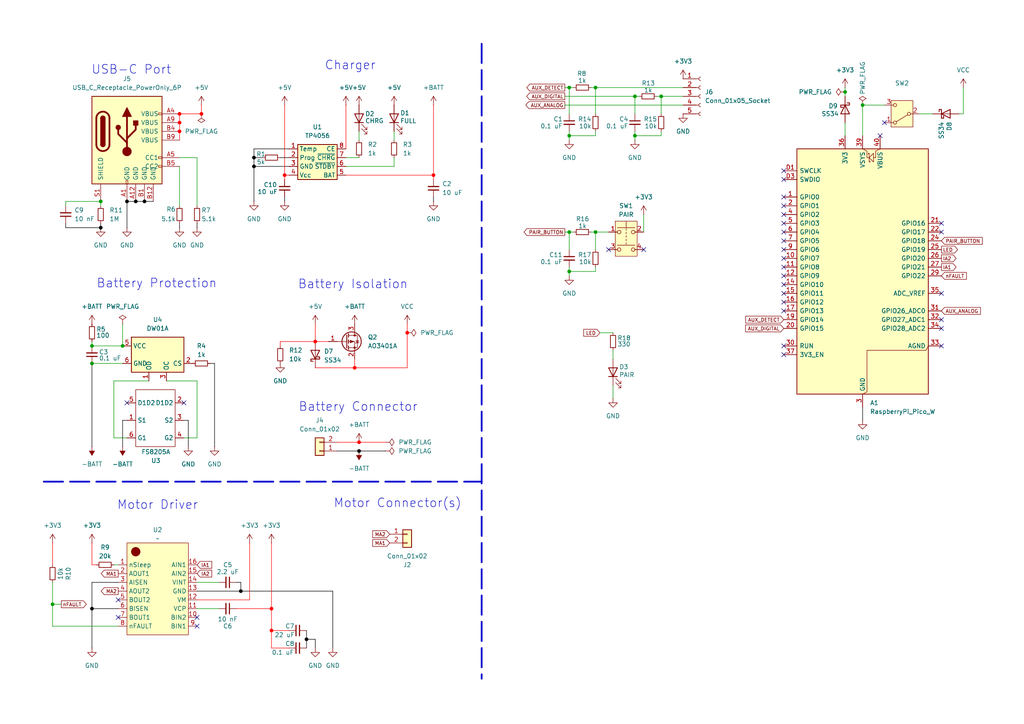
<source format=kicad_sch>
(kicad_sch (version 20250114) (generator "eeschema") (generator_version "9.0")
  (paper "A4")
  (text "USB-C Port" (at 38.1 20.32 0) (effects (font (size 2.54 2.54))))
  (text "Charger" (at 101.6 19.05 0) (effects (font (size 2.54 2.54))))
  (text "Battery Protection" (at 45.466 82.296 0) (effects (font (size 2.54 2.54))))
  (text "Motor Driver" (at 45.72 146.558 0) (effects (font (size 2.54 2.54))))
  (text "Battery Connector\n" (at 103.886 118.11 0) (effects (font (size 2.54 2.54))))
  (text "Motor Connector(s)" (at 115.316 146.05 0) (effects (font (size 2.54 2.54))))
  (text "Battery Isolation\n" (at 102.362 82.55 0) (effects (font (size 2.54 2.54))))
  (junction (at 165.1 67.31))
  (junction (at 36.83 58.42) (color 0 0 0 1))
  (junction (at 73.66 48.26) (color 0 0 0 1))
  (junction (at 250.19 30.48))
  (junction (at 172.72 67.31))
  (junction (at 191.77 27.94))
  (junction (at 102.87 106.68) (color 255 0 0 1))
  (junction (at 165.1 78.74))
  (junction (at 26.67 105.41))
  (junction (at 15.24 175.26))
  (junction (at 91.44 99.06) (color 255 0 0 1))
  (junction (at 39.37 58.42) (color 0 0 0 1))
  (junction (at 82.55 50.8) (color 255 0 0 1))
  (junction (at 125.73 50.8) (color 255 0 0 1))
  (junction (at 165.1 25.4))
  (junction (at 26.67 100.33))
  (junction (at 73.66 45.72) (color 0 0 0 1))
  (junction (at 184.15 27.94))
  (junction (at 26.67 176.53) (color 0 0 0 1))
  (junction (at 104.14 130.81) (color 0 0 0 1))
  (junction (at 172.72 25.4))
  (junction (at 78.74 182.88) (color 255 0 0 1))
  (junction (at 184.15 39.37))
  (junction (at 35.56 100.33))
  (junction (at 29.21 66.04) (color 0 0 0 1))
  (junction (at 104.14 128.27) (color 255 0 0 1))
  (junction (at 118.11 96.52) (color 255 0 0 1))
  (junction (at 58.42 33.02) (color 255 0 0 1))
  (junction (at 29.21 58.42))
  (junction (at 88.9 185.42) (color 0 0 0 1))
  (junction (at 52.07 33.02) (color 255 0 0 1))
  (junction (at 78.74 176.53) (color 255 0 0 1))
  (junction (at 165.1 39.37))
  (junction (at 52.07 35.56) (color 255 0 0 1))
  (junction (at 245.11 26.67))
  (junction (at 52.07 38.1) (color 255 0 0 1))
  (junction (at 69.85 171.45) (color 0 0 0 1))
  (junction (at 41.91 58.42) (color 0 0 0 1))
  (no_connect (at 256.54 35.56))
  (no_connect (at 273.05 85.09))
  (no_connect (at 227.33 59.69))
  (no_connect (at 57.15 181.61))
  (no_connect (at 34.29 173.99))
  (no_connect (at 227.33 74.93))
  (no_connect (at 176.53 72.39))
  (no_connect (at 227.33 57.15))
  (no_connect (at 273.05 67.31))
  (no_connect (at 227.33 82.55))
  (no_connect (at 53.34 116.84))
  (no_connect (at 186.69 72.39))
  (no_connect (at 273.05 92.71))
  (no_connect (at 227.33 100.33))
  (no_connect (at 227.33 69.85))
  (no_connect (at 273.05 64.77))
  (no_connect (at 227.33 52.07))
  (no_connect (at 273.05 95.25))
  (no_connect (at 227.33 62.23))
  (no_connect (at 34.29 179.07))
  (no_connect (at 227.33 77.47))
  (no_connect (at 227.33 80.01))
  (no_connect (at 255.27 39.37))
  (no_connect (at 36.83 116.84))
  (no_connect (at 227.33 64.77))
  (no_connect (at 227.33 85.09))
  (no_connect (at 227.33 90.17))
  (no_connect (at 227.33 87.63))
  (no_connect (at 57.15 179.07))
  (no_connect (at 227.33 102.87))
  (no_connect (at 273.05 100.33))
  (no_connect (at 227.33 49.53))
  (no_connect (at 227.33 72.39))
  (no_connect (at 227.33 67.31))
  (wire (pts (xy 96.52 171.45) (xy 96.52 187.96)) (stroke (width 0) (color 0 0 0 1)))
  (wire (pts (xy 19.05 58.42) (xy 19.05 59.69)))
  (wire (pts (xy 83.82 187.96) (xy 78.74 187.96)) (stroke (width 0) (color 255 0 0 1)))
  (wire (pts (xy 52.07 33.02) (xy 58.42 33.02)) (stroke (width 0) (color 255 0 0 1)))
  (wire (pts (xy 53.34 121.92) (xy 54.61 121.92)) (stroke (width 0) (color 0 0 0 1)))
  (wire (pts (xy 83.82 50.8) (xy 82.55 50.8)) (stroke (width 0) (color 255 0 0 1)))
  (wire (pts (xy 26.67 105.41) (xy 26.67 129.54)) (stroke (width 0) (color 0 0 0 1)))
  (wire (pts (xy 102.87 104.14) (xy 102.87 106.68)) (stroke (width 0) (color 255 0 0 1)))
  (wire (pts (xy 57.15 64.77) (xy 57.15 66.04)) (stroke (width 0) (color 0 0 0 1)))
  (wire (pts (xy 36.83 58.42) (xy 39.37 58.42)) (stroke (width 0) (color 0 0 0 1)))
  (wire (pts (xy 73.66 45.72) (xy 76.2 45.72)) (stroke (width 0) (color 0 0 0 1)))
  (wire (pts (xy 73.66 48.26) (xy 83.82 48.26)) (stroke (width 0) (color 0 0 0 1)))
  (wire (pts (xy 245.11 25.4) (xy 245.11 26.67)))
  (wire (pts (xy 15.24 163.83) (xy 15.24 157.48)) (stroke (width 0) (color 255 0 0 1)))
  (wire (pts (xy 33.02 127) (xy 36.83 127)))
  (wire (pts (xy 266.7 33.02) (xy 270.51 33.02)))
  (wire (pts (xy 172.72 25.4) (xy 172.72 33.02)))
  (wire (pts (xy 172.72 67.31) (xy 176.53 67.31)))
  (wire (pts (xy 91.44 99.06) (xy 95.25 99.06)) (stroke (width 0) (color 255 0 0 1)))
  (wire (pts (xy 100.33 48.26) (xy 114.3 48.26)))
  (wire (pts (xy 163.83 67.31) (xy 165.1 67.31)))
  (wire (pts (xy 69.85 171.45) (xy 69.85 168.91)) (stroke (width 0) (color 0 0 0 1)))
  (wire (pts (xy 118.11 96.52) (xy 118.11 106.68)) (stroke (width 0) (color 255 0 0 1)))
  (wire (pts (xy 53.34 127) (xy 57.15 127)))
  (wire (pts (xy 69.85 171.45) (xy 96.52 171.45)) (stroke (width 0) (color 0 0 0 1)))
  (wire (pts (xy 69.85 168.91) (xy 68.58 168.91)) (stroke (width 0) (color 0 0 0 1)))
  (wire (pts (xy 172.72 38.1) (xy 172.72 39.37)))
  (wire (pts (xy 245.11 35.56) (xy 245.11 39.37)))
  (wire (pts (xy 173.99 96.52) (xy 177.8 96.52)))
  (wire (pts (xy 43.18 110.49) (xy 33.02 110.49)))
  (wire (pts (xy 19.05 66.04) (xy 29.21 66.04)) (stroke (width 0) (color 0 0 0 1)))
  (wire (pts (xy 72.39 173.99) (xy 72.39 157.48)) (stroke (width 0) (color 255 0 0 1)))
  (wire (pts (xy 100.33 30.48) (xy 100.33 43.18)) (stroke (width 0) (color 255 0 0 1)))
  (wire (pts (xy 35.56 93.98) (xy 35.56 100.33)))
  (wire (pts (xy 177.8 111.76) (xy 177.8 115.57)))
  (wire (pts (xy 15.24 175.26) (xy 15.24 181.61)))
  (wire (pts (xy 165.1 67.31) (xy 166.37 67.31)))
  (wire (pts (xy 81.28 100.33) (xy 81.28 99.06)) (stroke (width 0) (color 255 0 0 1)))
  (wire (pts (xy 104.14 38.1) (xy 104.14 40.64)))
  (wire (pts (xy 34.29 168.91) (xy 26.67 168.91)) (stroke (width 0) (color 0 0 0 1)))
  (wire (pts (xy 250.19 121.92) (xy 250.19 118.11)) (stroke (width 0) (color 0 0 0 1)))
  (wire (pts (xy 26.67 100.33) (xy 35.56 100.33)))
  (wire (pts (xy 279.4 25.4) (xy 279.4 33.02)))
  (wire (pts (xy 78.74 176.53) (xy 78.74 182.88)) (stroke (width 0) (color 255 0 0 1)))
  (wire (pts (xy 73.66 43.18) (xy 83.82 43.18)) (stroke (width 0) (color 0 0 0 1)))
  (wire (pts (xy 114.3 38.1) (xy 114.3 40.64)))
  (wire (pts (xy 19.05 66.04) (xy 19.05 64.77)) (stroke (width 0) (color 0 0 0 1)))
  (wire (pts (xy 191.77 27.94) (xy 191.77 33.02)))
  (wire (pts (xy 118.11 106.68) (xy 102.87 106.68)) (stroke (width 0) (color 255 0 0 1)))
  (wire (pts (xy 114.3 45.72) (xy 114.3 48.26)))
  (wire (pts (xy 52.07 45.72) (xy 57.15 45.72)))
  (wire (pts (xy 191.77 27.94) (xy 190.5 27.94)))
  (wire (pts (xy 278.13 33.02) (xy 279.4 33.02)))
  (wire (pts (xy 104.14 128.27) (xy 97.79 128.27)) (stroke (width 0) (color 255 0 0 1)))
  (wire (pts (xy 245.11 26.67) (xy 245.11 27.94)))
  (wire (pts (xy 191.77 39.37) (xy 184.15 39.37)))
  (wire (pts (xy 172.72 78.74) (xy 165.1 78.74)))
  (wire (pts (xy 172.72 77.47) (xy 172.72 78.74)))
  (wire (pts (xy 35.56 121.92) (xy 36.83 121.92)) (stroke (width 0) (color 0 0 0 1)))
  (wire (pts (xy 54.61 121.92) (xy 54.61 129.54)) (stroke (width 0) (color 0 0 0 1)))
  (wire (pts (xy 104.14 130.81) (xy 111.76 130.81)) (stroke (width 0) (color 0 0 0 1)))
  (wire (pts (xy 125.73 30.48) (xy 125.73 50.8)) (stroke (width 0) (color 255 0 0 1)))
  (polyline (pts (xy 12.7 139.7) (xy 139.7 139.7)) (stroke (width 0.508) (type dash)))
  (wire (pts (xy 57.15 168.91) (xy 63.5 168.91)))
  (wire (pts (xy 184.15 38.1) (xy 184.15 39.37)))
  (wire (pts (xy 26.67 176.53) (xy 34.29 176.53)) (stroke (width 0) (color 0 0 0 1)))
  (wire (pts (xy 73.66 48.26) (xy 73.66 58.42)) (stroke (width 0) (color 0 0 0 1)))
  (wire (pts (xy 166.37 25.4) (xy 165.1 25.4)))
  (wire (pts (xy 29.21 59.69) (xy 29.21 58.42)))
  (wire (pts (xy 57.15 45.72) (xy 57.15 59.69)))
  (wire (pts (xy 91.44 93.98) (xy 91.44 99.06)) (stroke (width 0) (color 255 0 0 1)))
  (wire (pts (xy 165.1 25.4) (xy 165.1 33.02)))
  (wire (pts (xy 41.91 58.42) (xy 44.45 58.42)) (stroke (width 0) (color 0 0 0 1)))
  (wire (pts (xy 19.05 58.42) (xy 29.21 58.42)))
  (wire (pts (xy 26.67 163.83) (xy 26.67 157.48)) (stroke (width 0) (color 255 0 0 1)))
  (wire (pts (xy 52.07 38.1) (xy 52.07 40.64)) (stroke (width 0) (color 255 0 0 1)))
  (wire (pts (xy 62.23 105.41) (xy 62.23 129.54)) (stroke (width 0) (color 0 0 0 1)))
  (wire (pts (xy 26.67 168.91) (xy 26.67 176.53)) (stroke (width 0) (color 0 0 0 1)))
  (wire (pts (xy 26.67 105.41) (xy 35.56 105.41)))
  (wire (pts (xy 163.83 30.48) (xy 198.12 30.48)))
  (wire (pts (xy 36.83 58.42) (xy 36.83 66.04)) (stroke (width 0) (color 0 0 0 1)))
  (wire (pts (xy 35.56 121.92) (xy 35.56 129.54)) (stroke (width 0) (color 0 0 0 1)))
  (wire (pts (xy 33.02 163.83) (xy 34.29 163.83)))
  (wire (pts (xy 57.15 176.53) (xy 63.5 176.53)))
  (wire (pts (xy 165.1 77.47) (xy 165.1 78.74)))
  (wire (pts (xy 191.77 27.94) (xy 198.12 27.94)))
  (wire (pts (xy 82.55 50.8) (xy 82.55 30.48)) (stroke (width 0) (color 255 0 0 1)))
  (wire (pts (xy 163.83 27.94) (xy 184.15 27.94)))
  (wire (pts (xy 184.15 27.94) (xy 184.15 33.02)))
  (wire (pts (xy 172.72 67.31) (xy 172.72 72.39)))
  (wire (pts (xy 125.73 52.07) (xy 125.73 50.8)) (stroke (width 0) (color 255 0 0 1)))
  (wire (pts (xy 58.42 30.48) (xy 58.42 33.02)) (stroke (width 0) (color 255 0 0 1)))
  (wire (pts (xy 26.67 176.53) (xy 26.67 187.96)) (stroke (width 0) (color 0 0 0 1)))
  (wire (pts (xy 100.33 50.8) (xy 125.73 50.8)) (stroke (width 0) (color 255 0 0 1)))
  (wire (pts (xy 52.07 35.56) (xy 52.07 38.1)) (stroke (width 0) (color 255 0 0 1)))
  (wire (pts (xy 118.11 93.98) (xy 118.11 96.52)) (stroke (width 0) (color 255 0 0 1)))
  (wire (pts (xy 48.26 110.49) (xy 57.15 110.49)))
  (wire (pts (xy 60.96 105.41) (xy 62.23 105.41)) (stroke (width 0) (color 0 0 0 1)))
  (wire (pts (xy 250.19 30.48) (xy 256.54 30.48)))
  (wire (pts (xy 81.28 45.72) (xy 83.82 45.72)) (stroke (width 0) (color 0 0 0 1)))
  (wire (pts (xy 78.74 182.88) (xy 83.82 182.88)) (stroke (width 0) (color 255 0 0 1)))
  (wire (pts (xy 78.74 157.48) (xy 78.74 176.53)) (stroke (width 0) (color 255 0 0 1)))
  (wire (pts (xy 26.67 99.06) (xy 26.67 100.33)))
  (wire (pts (xy 191.77 38.1) (xy 191.77 39.37)))
  (wire (pts (xy 125.73 57.15) (xy 125.73 58.42)) (stroke (width 0) (color 0 0 0 1)))
  (wire (pts (xy 33.02 110.49) (xy 33.02 127)))
  (wire (pts (xy 172.72 39.37) (xy 165.1 39.37)))
  (wire (pts (xy 165.1 39.37) (xy 165.1 38.1)))
  (wire (pts (xy 52.07 64.77) (xy 52.07 66.04)) (stroke (width 0) (color 0 0 0 1)))
  (wire (pts (xy 82.55 50.8) (xy 82.55 52.07)) (stroke (width 0) (color 255 0 0 1)))
  (wire (pts (xy 57.15 110.49) (xy 57.15 127)))
  (wire (pts (xy 57.15 173.99) (xy 72.39 173.99)) (stroke (width 0) (color 255 0 0 1)))
  (wire (pts (xy 15.24 181.61) (xy 34.29 181.61)))
  (wire (pts (xy 186.69 62.23) (xy 186.69 67.31)))
  (wire (pts (xy 184.15 39.37) (xy 184.15 40.64)))
  (wire (pts (xy 88.9 185.42) (xy 88.9 187.96)) (stroke (width 0) (color 0 0 0 1)))
  (wire (pts (xy 171.45 25.4) (xy 172.72 25.4)))
  (wire (pts (xy 73.66 48.26) (xy 73.66 45.72)) (stroke (width 0) (color 0 0 0 1)))
  (wire (pts (xy 57.15 171.45) (xy 69.85 171.45)) (stroke (width 0) (color 0 0 0 1)))
  (wire (pts (xy 39.37 58.42) (xy 41.91 58.42)) (stroke (width 0) (color 0 0 0 1)))
  (wire (pts (xy 82.55 57.15) (xy 82.55 58.42)) (stroke (width 0) (color 0 0 0 1)))
  (wire (pts (xy 172.72 67.31) (xy 171.45 67.31)))
  (wire (pts (xy 165.1 39.37) (xy 165.1 40.64)))
  (wire (pts (xy 177.8 101.6) (xy 177.8 104.14)))
  (wire (pts (xy 184.15 27.94) (xy 185.42 27.94)))
  (wire (pts (xy 102.87 106.68) (xy 91.44 106.68)) (stroke (width 0) (color 255 0 0 1)))
  (wire (pts (xy 97.79 130.81) (xy 104.14 130.81)) (stroke (width 0) (color 0 0 0 1)))
  (wire (pts (xy 88.9 182.88) (xy 88.9 185.42)) (stroke (width 0) (color 0 0 0 1)))
  (wire (pts (xy 81.28 99.06) (xy 91.44 99.06)) (stroke (width 0) (color 255 0 0 1)))
  (wire (pts (xy 78.74 182.88) (xy 78.74 187.96)) (stroke (width 0) (color 255 0 0 1)))
  (wire (pts (xy 15.24 175.26) (xy 17.78 175.26)))
  (wire (pts (xy 165.1 67.31) (xy 165.1 72.39)))
  (wire (pts (xy 29.21 64.77) (xy 29.21 66.04)) (stroke (width 0) (color 0 0 0 1)))
  (wire (pts (xy 73.66 43.18) (xy 73.66 45.72)) (stroke (width 0) (color 0 0 0 1)))
  (wire (pts (xy 52.07 48.26) (xy 52.07 59.69)))
  (wire (pts (xy 100.33 45.72) (xy 104.14 45.72)))
  (wire (pts (xy 52.07 33.02) (xy 52.07 35.56)) (stroke (width 0) (color 255 0 0 1)))
  (wire (pts (xy 165.1 78.74) (xy 165.1 80.01)))
  (wire (pts (xy 250.19 30.48) (xy 250.19 39.37)))
  (wire (pts (xy 163.83 25.4) (xy 165.1 25.4)))
  (wire (pts (xy 26.67 163.83) (xy 27.94 163.83)) (stroke (width 0) (color 255 0 0 1)))
  (wire (pts (xy 88.9 185.42) (xy 91.44 185.42)) (stroke (width 0) (color 0 0 0 1)))
  (wire (pts (xy 15.24 168.91) (xy 15.24 175.26)))
  (polyline (pts (xy 139.7 12.7) (xy 139.7 196.85)) (stroke (width 0.508) (type dash)))
  (wire (pts (xy 104.14 128.27) (xy 111.76 128.27)) (stroke (width 0) (color 255 0 0 1)))
  (wire (pts (xy 68.58 176.53) (xy 78.74 176.53)) (stroke (width 0) (color 255 0 0 1)))
  (wire (pts (xy 172.72 25.4) (xy 198.12 25.4)))
  (wire (pts (xy 91.44 185.42) (xy 91.44 187.96)) (stroke (width 0) (color 0 0 0 1)))
  (global_label "MA1" (shape input) (at 113.03 157.48 180) (effects (font (size 1.016 1.016))) (property "Intersheetrefs" "${INTERSHEET_REFS}" (effects (hide yes))))
  (global_label "LED" (shape input) (at 173.99 96.52 180) (effects (font (size 1.016 1.016))) (property "Intersheetrefs" "${INTERSHEET_REFS}" (effects (hide yes))))
  (global_label "AUX_DIGITAL" (shape input) (at 227.33 95.25 180) (effects (font (size 1.016 1.016))) (property "Intersheetrefs" "${INTERSHEET_REFS}" (effects (hide yes))))
  (global_label "MA2" (shape output) (at 34.29 171.45 180) (effects (font (size 1.016 1.016))) (property "Intersheetrefs" "${INTERSHEET_REFS}" (effects (hide yes))))
  (global_label "IA1" (shape input) (at 57.15 163.83 0) (effects (font (size 1.016 1.016))) (property "Intersheetrefs" "${INTERSHEET_REFS}" (effects (hide yes))))
  (global_label "AUX_DETECT" (shape input) (at 227.33 92.71 180) (effects (font (size 1.016 1.016))) (property "Intersheetrefs" "${INTERSHEET_REFS}" (effects (hide yes))))
  (global_label "AUX_DETECT" (shape output) (at 163.83 25.4 180) (effects (font (size 1.016 1.016))) (property "Intersheetrefs" "${INTERSHEET_REFS}" (effects (hide yes))))
  (global_label "IA2" (shape output) (at 273.05 74.93 0) (effects (font (size 1.016 1.016))) (property "Intersheetrefs" "${INTERSHEET_REFS}" (effects (hide yes))))
  (global_label "AUX_ANALOG" (shape input) (at 273.05 90.17 0) (effects (font (size 1.016 1.016))) (property "Intersheetrefs" "${INTERSHEET_REFS}" (effects (hide yes))))
  (global_label "nFAULT" (shape input) (at 273.05 80.01 0) (effects (font (size 1.016 1.016))) (property "Intersheetrefs" "${INTERSHEET_REFS}" (effects (hide yes))))
  (global_label "AUX_DIGITAL" (shape output) (at 163.83 27.94 180) (effects (font (size 1.016 1.016))) (property "Intersheetrefs" "${INTERSHEET_REFS}" (effects (hide yes))))
  (global_label "LED" (shape output) (at 273.05 72.39 0) (effects (font (size 1.016 1.016))) (property "Intersheetrefs" "${INTERSHEET_REFS}" (effects (hide yes))))
  (global_label "IA1" (shape output) (at 273.05 77.47 0) (effects (font (size 1.016 1.016))) (property "Intersheetrefs" "${INTERSHEET_REFS}" (effects (hide yes))))
  (global_label "MA1" (shape output) (at 34.29 166.37 180) (effects (font (size 1.016 1.016))) (property "Intersheetrefs" "${INTERSHEET_REFS}" (effects (hide yes))))
  (global_label "AUX_ANALOG" (shape output) (at 163.83 30.48 180) (effects (font (size 1.016 1.016))) (property "Intersheetrefs" "${INTERSHEET_REFS}" (effects (hide yes))))
  (global_label "nFAULT" (shape output) (at 17.78 175.26 0) (effects (font (size 1.016 1.016))) (property "Intersheetrefs" "${INTERSHEET_REFS}" (effects (hide yes))))
  (global_label "IA2" (shape input) (at 57.15 166.37 0) (effects (font (size 1.016 1.016))) (property "Intersheetrefs" "${INTERSHEET_REFS}" (effects (hide yes))))
  (global_label "PAIR_BUTTON" (shape output) (at 163.83 67.31 180) (effects (font (size 1.016 1.016))) (property "Intersheetrefs" "${INTERSHEET_REFS}" (effects (hide yes))))
  (global_label "PAIR_BUTTON" (shape input) (at 273.05 69.85 0) (effects (font (size 1.016 1.016))) (property "Intersheetrefs" "${INTERSHEET_REFS}" (effects (hide yes))))
  (global_label "MA2" (shape input) (at 113.03 154.94 180) (effects (font (size 1.016 1.016))) (property "Intersheetrefs" "${INTERSHEET_REFS}" (effects (hide yes))))
  (symbol (lib_id "power:+3V3") (at 245.11 25.4 0) (unit 1)
    (property "Reference" "#PWR05" (effects (hide yes)))
    (property "Value" "+3V3" (at 245.11 20.32 0))
    (property "Description" "Power symbol creates a global label with name \"+3V3\"" (effects (hide yes)))
  )
  (symbol (lib_id "power:+3V3") (at 15.24 157.48 0) (unit 1)
    (property "Reference" "#PWR034" (effects (hide yes)))
    (property "Value" "+3V3" (at 15.24 152.4 0))
    (property "Description" "Power symbol creates a global label with name \"+3V3\"" (effects (hide yes)))
  )
  (symbol (lib_id "power:PWR_FLAG") (at 35.56 93.98 0) (unit 1)
    (property "Reference" "#FLG04" (effects (hide yes)))
    (property "Value" "PWR_FLAG" (at 35.56 88.9 0))
    (property "Description" "Special symbol for telling ERC where power comes from" (effects (hide yes)))
  )
  (symbol (lib_id "fs8205:FS8205A") (at 50.8 129.54 90) (unit 1)
    (property "Reference" "U3" (at 45.212 133.604 90))
    (property "Value" "FS8205A" (at 45.212 131.064 90))
    (property "Footprint" "Package_TO_SOT_SMD:SOT-23-6" (effects (hide yes)))
    (property "Description" "FS8205A" (effects (hide yes)))
    (property "LCSC" "C908265" (effects (hide yes)))
  )
  (symbol (lib_id "power:PWR_FLAG") (at 111.76 130.81 270) (unit 1)
    (property "Reference" "#FLG02" (effects (hide yes)))
    (property "Value" "PWR_FLAG" (at 115.57 130.8099 90) (effects (justify left)))
    (property "Description" "Special symbol for telling ERC where power comes from" (effects (hide yes)))
  )
  (symbol (lib_id "power:GND") (at 62.23 129.54 0) (unit 1)
    (property "Reference" "#PWR020" (effects (hide yes)))
    (property "Value" "GND" (at 62.23 134.62 0))
    (property "Description" "Power symbol creates a global label with name \"GND\" , ground" (effects (hide yes)))
  )
  (symbol (lib_id "Device:R_Small") (at 78.74 45.72 90) (unit 1)
    (property "Reference" "R1" (at 75.692 44.704 90))
    (property "Value" "5k" (at 75.692 46.99 90))
    (property "Footprint" "Resistor_SMD:R_0402_1005Metric" (effects (hide yes)))
    (property "Description" "Resistor, small symbol" (effects (hide yes)))
    (property "LCSC" "C477765" (effects (hide yes)))
  )
  (symbol (lib_id "Device:LED") (at 177.8 107.95 90) (unit 1)
    (property "Reference" "D3" (at 179.578 106.426 90) (effects (justify right)))
    (property "Value" "PAIR" (at 179.578 108.712 90) (effects (justify right)))
    (property "Footprint" "LED_SMD:LED_0603_1608Metric" (effects (hide yes)))
    (property "Description" "Light emitting diode" (effects (hide yes)))
    (property "LCSC" "C193191" (effects (hide yes)))
  )
  (symbol (lib_id "Device:R_Small") (at 114.3 43.18 180) (unit 1)
    (property "Reference" "R3" (at 116.84 41.9099 0) (effects (justify right)))
    (property "Value" "1k" (at 116.84 44.4499 0) (effects (justify right)))
    (property "Footprint" "Resistor_SMD:R_0402_1005Metric" (effects (hide yes)))
    (property "Description" "Resistor, small symbol" (effects (hide yes)))
    (property "LCSC" "C11702" (effects (hide yes)))
  )
  (symbol (lib_id "power:+BATT") (at 26.67 93.98 0) (unit 1)
    (property "Reference" "#PWR03" (effects (hide yes)))
    (property "Value" "+BATT" (at 26.67 88.9 0))
    (property "Description" "Power symbol creates a global label with name \"+BATT\"" (effects (hide yes)))
  )
  (symbol (lib_id "power:PWR_FLAG") (at 245.11 26.67 90) (unit 1)
    (property "Reference" "#FLG06" (effects (hide yes)))
    (property "Value" "PWR_FLAG" (at 241.3 26.6699 90) (effects (justify left)))
    (property "Description" "Special symbol for telling ERC where power comes from" (effects (hide yes)))
  )
  (symbol (lib_id "power:GND") (at 52.07 66.04 0) (unit 1)
    (property "Reference" "#PWR015" (effects (hide yes)))
    (property "Value" "GND" (at 52.07 71.12 0))
    (property "Description" "Power symbol creates a global label with name \"GND\" , ground" (effects (hide yes)))
  )
  (symbol (lib_id "power:GND") (at 165.1 80.01 0) (unit 1)
    (property "Reference" "#PWR039" (effects (hide yes)))
    (property "Value" "GND" (at 165.1 85.09 0))
    (property "Description" "Power symbol creates a global label with name \"GND\" , ground" (effects (hide yes)))
  )
  (symbol (lib_id "power:+BATT") (at 125.73 30.48 0) (unit 1)
    (property "Reference" "#PWR01" (effects (hide yes)))
    (property "Value" "+BATT" (at 125.73 25.4 0))
    (property "Description" "Power symbol creates a global label with name \"+BATT\"" (effects (hide yes)))
  )
  (symbol (lib_id "power:PWR_FLAG") (at 111.76 128.27 270) (unit 1)
    (property "Reference" "#FLG01" (effects (hide yes)))
    (property "Value" "PWR_FLAG" (at 115.57 128.2699 90) (effects (justify left)))
    (property "Description" "Special symbol for telling ERC where power comes from" (effects (hide yes)))
  )
  (symbol (lib_id "Device:R_Small") (at 15.24 166.37 0) (unit 1)
    (property "Reference" "R10" (at 19.812 166.37 90))
    (property "Value" "10k" (at 17.526 166.37 90))
    (property "Footprint" "Resistor_SMD:R_0402_1005Metric" (effects (hide yes)))
    (property "Description" "Resistor, small symbol" (effects (hide yes)))
    (property "LCSC" "C25744" (effects (hide yes)))
  )
  (symbol (lib_id "power:+5V") (at 58.42 30.48 0) (unit 1)
    (property "Reference" "#PWR06" (effects (hide yes)))
    (property "Value" "+5V" (at 58.42 25.4 0))
    (property "Description" "Power symbol creates a global label with name \"+5V\"" (effects (hide yes)))
  )
  (symbol (lib_id "Device:R_Small") (at 81.28 102.87 0) (unit 1)
    (property "Reference" "R12" (at 83.82 101.5999 0) (effects (justify left)))
    (property "Value" "10k" (at 83.82 104.1399 0) (effects (justify left)))
    (property "Footprint" "Resistor_SMD:R_0402_1005Metric" (effects (hide yes)))
    (property "Description" "Resistor, small symbol" (effects (hide yes)))
    (property "LCSC" "C25744" (effects (hide yes)))
  )
  (symbol (lib_id "Device:R_Small") (at 177.8 99.06 180) (unit 1)
    (property "Reference" "R18" (at 179.07 98.044 0) (effects (justify right)))
    (property "Value" "330" (at 179.07 99.822 0) (effects (justify right)))
    (property "Footprint" "Resistor_SMD:R_0402_1005Metric" (effects (hide yes)))
    (property "Description" "Resistor, small symbol" (effects (hide yes)))
    (property "LCSC" "C23138" (effects (hide yes)))
  )
  (symbol (lib_id "Device:R_Small") (at 104.14 43.18 180) (unit 1)
    (property "Reference" "R2" (at 106.68 41.9099 0) (effects (justify right)))
    (property "Value" "1k" (at 106.68 44.4499 0) (effects (justify right)))
    (property "Footprint" "Resistor_SMD:R_0402_1005Metric" (effects (hide yes)))
    (property "Description" "Resistor, small symbol" (effects (hide yes)))
    (property "LCSC" "C11702" (effects (hide yes)))
  )
  (symbol (lib_id "power:GND") (at 125.73 58.42 0) (unit 1)
    (property "Reference" "#PWR010" (effects (hide yes)))
    (property "Value" "GND" (at 125.73 63.5 0))
    (property "Description" "Power symbol creates a global label with name \"GND\" , ground" (effects (hide yes)))
  )
  (symbol (lib_id "Connector:Conn_01x05_Socket") (at 203.2 27.94 0) (unit 1)
    (property "Reference" "J6" (at 204.47 26.6699 0) (effects (justify left)))
    (property "Value" "Conn_01x05_Socket" (at 204.47 29.2099 0) (effects (justify left)))
    (property "Footprint" "Connector_JST:JST_SH_SM05B-SRSS-TB_1x05-1MP_P1.00mm_Horizontal" (effects (hide yes)))
    (property "Description" "Generic connector, single row, 01x05, script generated" (effects (hide yes)))
    (property "LCSC" "C3029344" (effects (hide yes)))
  )
  (symbol (lib_id "Device:C_Small") (at 19.05 62.23 180) (unit 1)
    (property "Reference" "C9" (at 21.59 60.9535 0) (effects (justify right)))
    (property "Value" "10 nF" (at 21.59 63.4935 0) (effects (justify right)))
    (property "Footprint" "Capacitor_SMD:C_0402_1005Metric" (effects (hide yes)))
    (property "Description" "Unpolarized capacitor, small symbol" (effects (hide yes)))
    (property "LCSC" "C15195" (effects (hide yes)))
  )
  (symbol (lib_id "power:-BATT") (at 35.56 129.54 180) (unit 1)
    (property "Reference" "#PWR023" (effects (hide yes)))
    (property "Value" "-BATT" (at 35.56 134.62 0))
    (property "Description" "Power symbol creates a global label with name \"-BATT\"" (effects (hide yes)))
  )
  (symbol (lib_id "power:-BATT") (at 104.14 130.81 180) (unit 1)
    (property "Reference" "#PWR024" (effects (hide yes)))
    (property "Value" "-BATT" (at 104.14 135.89 0))
    (property "Description" "Power symbol creates a global label with name \"-BATT\"" (effects (hide yes)))
  )
  (symbol (lib_id "power:+5V") (at 91.44 93.98 0) (unit 1)
    (property "Reference" "#PWR026" (effects (hide yes)))
    (property "Value" "+5V" (at 91.44 88.9 0))
    (property "Description" "Power symbol creates a global label with name \"+5V\"" (effects (hide yes)))
  )
  (symbol (lib_id "power:PWR_FLAG") (at 250.19 30.48 0) (unit 1)
    (property "Reference" "#FLG07" (effects (hide yes)))
    (property "Value" "PWR_FLAG" (at 250.19 27.432 90) (effects (justify left)))
    (property "Description" "Special symbol for telling ERC where power comes from" (effects (hide yes)))
  )
  (symbol (lib_id "Diode:SS34") (at 91.44 102.87 90) (unit 1)
    (property "Reference" "D7" (at 93.98 101.9174 90) (effects (justify right)))
    (property "Value" "SS34" (at 93.98 104.4574 90) (effects (justify right)))
    (property "Footprint" "Diode_SMD:D_SMA" (effects (hide yes)))
    (property "Datasheet" "https://www.vishay.com/docs/88751/ss32.pdf" (effects (hide yes)))
    (property "Description" "40V 3A Schottky Diode, SMA" (effects (hide yes)))
    (property "LCSC" "C8678" (effects (hide yes)))
  )
  (symbol (lib_id "Device:C_Small") (at 82.55 54.61 180) (unit 1)
    (property "Reference" "C10" (at 76.454 53.594 0) (effects (justify right)))
    (property "Value" "10 uF" (at 74.676 55.626 0) (effects (justify right)))
    (property "Footprint" "Capacitor_SMD:C_0402_1005Metric" (effects (hide yes)))
    (property "Description" "Unpolarized capacitor, small symbol" (effects (hide yes)))
    (property "LCSC" "C15525" (effects (hide yes)))
  )
  (symbol (lib_id "Device:C_Small") (at 125.73 54.61 180) (unit 1)
    (property "Reference" "C2" (at 128.27 53.3335 0) (effects (justify right)))
    (property "Value" "10 uF" (at 128.27 55.8735 0) (effects (justify right)))
    (property "Footprint" "Capacitor_SMD:C_0402_1005Metric" (effects (hide yes)))
    (property "Description" "Unpolarized capacitor, small symbol" (effects (hide yes)))
    (property "LCSC" "C15525" (effects (hide yes)))
  )
  (symbol (lib_id "power:GND") (at 96.52 187.96 0) (unit 1)
    (property "Reference" "#PWR032" (effects (hide yes)))
    (property "Value" "GND" (at 96.52 193.04 0))
    (property "Description" "Power symbol creates a global label with name \"GND\" , ground" (effects (hide yes)))
  )
  (symbol (lib_id "Device:R_Small") (at 30.48 163.83 270) (unit 1)
    (property "Reference" "R9" (at 30.48 158.75 90))
    (property "Value" "20k" (at 30.48 161.29 90))
    (property "Footprint" "Resistor_SMD:R_0402_1005Metric" (effects (hide yes)))
    (property "Description" "Resistor, small symbol" (effects (hide yes)))
    (property "LCSC" "C25765" (effects (hide yes)))
  )
  (symbol (lib_id "power:GND") (at 82.55 58.42 0) (unit 1)
    (property "Reference" "#PWR029" (effects (hide yes)))
    (property "Value" "GND" (at 82.55 63.5 0))
    (property "Description" "Power symbol creates a global label with name \"GND\" , ground" (effects (hide yes)))
  )
  (symbol (lib_id "Device:C_Small") (at 184.15 35.56 0) (unit 1)
    (property "Reference" "C4" (at 179.578 34.544 0) (effects (justify left)))
    (property "Value" "0.1 uF" (at 175.768 36.576 0) (effects (justify left)))
    (property "Footprint" "Capacitor_SMD:C_0603_1608Metric" (effects (hide yes)))
    (property "Description" "Unpolarized capacitor, small symbol" (effects (hide yes)))
    (property "LCSC" "C1525" (effects (hide yes)))
  )
  (symbol (lib_id "power:+5V") (at 114.3 30.48 0) (unit 1)
    (property "Reference" "#PWR019" (effects (hide yes)))
    (property "Value" "+5V" (at 114.3 25.4 0))
    (property "Description" "Power symbol creates a global label with name \"+5V\"" (effects (hide yes)))
  )
  (symbol (lib_id "Device:C_Small") (at 86.36 182.88 90) (unit 1)
    (property "Reference" "C7" (at 84.074 181.61 90))
    (property "Value" "22 uF" (at 82.55 184.15 90))
    (property "Footprint" "Capacitor_SMD:C_0402_1005Metric" (effects (hide yes)))
    (property "Description" "Unpolarized capacitor, small symbol" (effects (hide yes)))
    (property "LCSC" "C415703" (effects (hide yes)))
  )
  (symbol (lib_id "Device:R_Small") (at 26.67 96.52 180) (unit 1)
    (property "Reference" "R5" (at 27.94 95.504 0) (effects (justify right)))
    (property "Value" "100" (at 27.94 97.282 0) (effects (justify right)))
    (property "Footprint" "Resistor_SMD:R_0402_1005Metric" (effects (hide yes)))
    (property "Description" "Resistor, small symbol" (effects (hide yes)))
    (property "LCSC" "C25076" (effects (hide yes)))
  )
  (symbol (lib_id "power:GND") (at 177.8 115.57 0) (unit 1)
    (property "Reference" "#PWR043" (effects (hide yes)))
    (property "Value" "GND" (at 177.8 120.65 0))
    (property "Description" "Power symbol creates a global label with name \"GND\" , ground" (effects (hide yes)))
  )
  (symbol (lib_id "hr8833:HR8833") (at 45.72 172.72 0) (unit 1)
    (property "Reference" "U2" (at 45.72 153.67 0))
    (property "Value" "~" (at 45.72 156.21 0))
    (property "Footprint" "Package_SO:TSSOP-16-1EP_4.4x5mm_P0.65mm_EP3x3mm_ThermalVias" (effects (hide yes)))
    (property "LCSC" "C128666" (effects (hide yes)))
  )
  (symbol (lib_id "power:+3V3") (at 26.67 157.48 0) (unit 1)
    (property "Reference" "#PWR030" (effects (hide yes)))
    (property "Value" "+3V3" (at 26.67 152.4 0))
    (property "Description" "Power symbol creates a global label with name \"+3V3\"" (effects (hide yes)))
  )
  (symbol (lib_id "Connector_Generic:Conn_01x02") (at 118.11 154.94 0) (unit 1)
    (property "Reference" "J2" (at 118.11 163.83 0))
    (property "Value" "Conn_01x02" (at 118.11 161.29 0))
    (property "Footprint" "Connector_JST:JST_SH_SM02B-SRSS-TB_1x02-1MP_P1.00mm_Horizontal" (effects (hide yes)))
    (property "Description" "Generic connector, single row, 01x02, script generated (kicad-library-utils/schlib/autogen/connector/)" (effects (hide yes)))
    (property "LCSC" "C160402" (effects (hide yes)))
  )
  (symbol (lib_id "power:GND") (at 91.44 187.96 0) (unit 1)
    (property "Reference" "#PWR033" (effects (hide yes)))
    (property "Value" "GND" (at 91.44 193.04 0))
    (property "Description" "Power symbol creates a global label with name \"GND\" , ground" (effects (hide yes)))
  )
  (symbol (lib_id "USB_C:USB_C_Receptacle_PowerOnly_6P") (at 36.83 40.64 0) (unit 1)
    (property "Reference" "J5" (at 36.83 22.86 0))
    (property "Value" "USB_C_Receptacle_PowerOnly_6P" (at 36.83 25.4 0))
    (property "Footprint" "Connector_USB:USB_C_Receptacle_HCTL_HC-TYPE-C-16P-01A" (effects (hide yes)))
    (property "Datasheet" "https://www.usb.org/sites/default/files/documents/usb_type-c.zip" (effects (hide yes)))
    (property "Description" "USB Power-Only 6P Type-C Receptacle connector" (effects (hide yes)))
    (property "LCSC" "C2765186" (effects (hide yes)))
  )
  (symbol (lib_id "Diode:SS34") (at 245.11 31.75 270) (unit 1)
    (property "Reference" "D9" (at 240.284 30.734 90) (effects (justify left)))
    (property "Value" "SS34" (at 238.252 33.02 90) (effects (justify left)))
    (property "Footprint" "Diode_SMD:D_SMA" (effects (hide yes)))
    (property "Datasheet" "https://www.vishay.com/docs/88751/ss32.pdf" (effects (hide yes)))
    (property "Description" "40V 3A Schottky Diode, SMA" (effects (hide yes)))
    (property "LCSC" "C8678" (effects (hide yes)))
  )
  (symbol (lib_id "power:-BATT") (at 26.67 129.54 180) (unit 1)
    (property "Reference" "#PWR022" (effects (hide yes)))
    (property "Value" "-BATT" (at 26.67 134.62 0))
    (property "Description" "Power symbol creates a global label with name \"-BATT\"" (effects (hide yes)))
  )
  (symbol (lib_id "power:GND") (at 250.19 121.92 0) (unit 1)
    (property "Reference" "#PWR014" (effects (hide yes)))
    (property "Value" "GND" (at 250.19 127 0))
    (property "Description" "Power symbol creates a global label with name \"GND\" , ground" (effects (hide yes)))
  )
  (symbol (lib_id "Device:C_Small") (at 66.04 176.53 270) (unit 1)
    (property "Reference" "C6" (at 66.04 181.61 90))
    (property "Value" "10 nF" (at 66.04 179.578 90))
    (property "Footprint" "Capacitor_SMD:C_0402_1005Metric" (effects (hide yes)))
    (property "Description" "Unpolarized capacitor, small symbol" (effects (hide yes)))
    (property "LCSC" "C15195" (effects (hide yes)))
  )
  (symbol (lib_id "power:GND") (at 29.21 66.04 0) (unit 1)
    (property "Reference" "#PWR017" (effects (hide yes)))
    (property "Value" "GND" (at 29.21 71.12 0))
    (property "Description" "Power symbol creates a global label with name \"GND\" , ground" (effects (hide yes)))
  )
  (symbol (lib_id "MCU_Module_RaspberryPi_Pico:RaspberryPi_Pico_W_DebugPins") (at 250.19 80.01 0) (unit 1)
    (property "Reference" "A1" (at 252.3333 116.84 0) (effects (justify left)))
    (property "Value" "RaspberryPi_Pico_W" (at 252.3333 119.38 0) (effects (justify left)))
    (property "Footprint" "Module:RaspberryPi_Pico_Common_THT" (effects (hide yes)))
    (property "Datasheet" "https://datasheets.raspberrypi.com/picow/pico-w-datasheet.pdf" (effects (hide yes)))
    (property "Description" "Versatile and inexpensive wireless microcontroller module (with debug pins) powered by RP2040 dual-core Arm Cortex-M0+ processor up to 133 MHz, 264kB SRAM, 2MB QSPI flash, Infineon CYW43439 2.4GHz 802.11n wireless LAN" (effects (hide yes)))
  )
  (symbol (lib_id "Diode:SS34") (at 274.32 33.02 0) (unit 1)
    (property "Reference" "D8" (at 275.336 35.306 90) (effects (justify right)))
    (property "Value" "SS34" (at 273.05 35.306 90) (effects (justify right)))
    (property "Footprint" "Diode_SMD:D_SMA" (effects (hide yes)))
    (property "Datasheet" "https://www.vishay.com/docs/88751/ss32.pdf" (effects (hide yes)))
    (property "Description" "40V 3A Schottky Diode, SMA" (effects (hide yes)))
    (property "LCSC" "C8678" (effects (hide yes)))
  )
  (symbol (lib_id "power:GND") (at 198.12 33.02 0) (unit 1)
    (property "Reference" "#PWR041" (effects (hide yes)))
    (property "Value" "GND" (at 198.12 38.1 0))
    (property "Description" "Power symbol creates a global label with name \"GND\" , ground" (effects (hide yes)))
  )
  (symbol (lib_id "power:GND") (at 165.1 40.64 0) (unit 1)
    (property "Reference" "#PWR037" (effects (hide yes)))
    (property "Value" "GND" (at 165.1 45.72 0))
    (property "Description" "Power symbol creates a global label with name \"GND\" , ground" (effects (hide yes)))
  )
  (symbol (lib_id "Device:R_Small") (at 58.42 105.41 270) (unit 1)
    (property "Reference" "R4" (at 58.42 100.33 90))
    (property "Value" "1k" (at 58.42 102.87 90))
    (property "Footprint" "Resistor_SMD:R_0402_1005Metric" (effects (hide yes)))
    (property "Description" "Resistor, small symbol" (effects (hide yes)))
    (property "LCSC" "C11702" (effects (hide yes)))
  )
  (symbol (lib_id "power:+BATT") (at 102.87 93.98 0) (unit 1)
    (property "Reference" "#PWR025" (effects (hide yes)))
    (property "Value" "+BATT" (at 102.87 88.9 0))
    (property "Description" "Power symbol creates a global label with name \"+BATT\"" (effects (hide yes)))
  )
  (symbol (lib_id "power:GND") (at 26.67 187.96 0) (unit 1)
    (property "Reference" "#PWR035" (effects (hide yes)))
    (property "Value" "GND" (at 26.67 193.04 0))
    (property "Description" "Power symbol creates a global label with name \"GND\" , ground" (effects (hide yes)))
  )
  (symbol (lib_id "Device:C_Small") (at 66.04 168.91 270) (unit 1)
    (property "Reference" "C5" (at 66.04 163.83 90))
    (property "Value" "2.2 uF" (at 66.04 165.862 90))
    (property "Footprint" "Capacitor_SMD:C_0402_1005Metric" (effects (hide yes)))
    (property "Description" "Unpolarized capacitor, small symbol" (effects (hide yes)))
    (property "LCSC" "C12530" (effects (hide yes)))
  )
  (symbol (lib_id "Device:R_Small") (at 168.91 67.31 90) (unit 1)
    (property "Reference" "R16" (at 170.942 63.5 90) (effects (justify left)))
    (property "Value" "1k" (at 170.18 65.532 90) (effects (justify left)))
    (property "Footprint" "Resistor_SMD:R_0402_1005Metric" (effects (hide yes)))
    (property "Description" "Resistor, small symbol" (effects (hide yes)))
    (property "LCSC" "C11702" (effects (hide yes)))
  )
  (symbol (lib_id "Device:LED") (at 104.14 34.29 90) (unit 1)
    (property "Reference" "D2" (at 105.918 33.02 90) (effects (justify right)))
    (property "Value" "CHRG" (at 105.918 35.052 90) (effects (justify right)))
    (property "Footprint" "LED_SMD:LED_0603_1608Metric" (effects (hide yes)))
    (property "Description" "Light emitting diode" (effects (hide yes)))
    (property "LCSC" "C5357909" (effects (hide yes)))
  )
  (symbol (lib_id "power:+BATT") (at 104.14 128.27 0) (unit 1)
    (property "Reference" "#PWR02" (effects (hide yes)))
    (property "Value" "+BATT" (at 104.14 123.19 0))
    (property "Description" "Power symbol creates a global label with name \"+BATT\"" (effects (hide yes)))
  )
  (symbol (lib_id "Device:LED") (at 114.3 34.29 90) (unit 1)
    (property "Reference" "D1" (at 116.078 32.766 90) (effects (justify right)))
    (property "Value" "FULL" (at 116.078 35.052 90) (effects (justify right)))
    (property "Footprint" "LED_SMD:LED_0805_2012Metric" (effects (hide yes)))
    (property "Description" "Light emitting diode" (effects (hide yes)))
    (property "LCSC" "C5569446" (effects (hide yes)))
  )
  (symbol (lib_id "Battery_Management:DW01A") (at 45.72 102.87 0) (unit 1)
    (property "Reference" "U4" (at 45.72 92.71 0))
    (property "Value" "DW01A" (at 45.72 95.25 0))
    (property "Footprint" "Package_TO_SOT_SMD:SOT-23-6" (effects (hide yes)))
    (property "Datasheet" "https://hmsemi.com/downfile/DW01A.PDF" (effects (hide yes)))
    (property "Description" "Overcharge, overcurrent and overdischarge protection IC for single cell lithium-ion/polymer battery" (effects (hide yes)))
    (property "LCSC" "C2927799" (effects (hide yes)))
  )
  (symbol (lib_id "power:+3V3") (at 72.39 157.48 0) (unit 1)
    (property "Reference" "#PWR036" (effects (hide yes)))
    (property "Value" "+3V3" (at 72.39 152.4 0))
    (property "Description" "Power symbol creates a global label with name \"+3V3\"" (effects (hide yes)))
  )
  (symbol (lib_id "power:GND") (at 36.83 66.04 0) (unit 1)
    (property "Reference" "#PWR016" (effects (hide yes)))
    (property "Value" "GND" (at 36.83 71.12 0))
    (property "Description" "Power symbol creates a global label with name \"GND\" , ground" (effects (hide yes)))
  )
  (symbol (lib_id "Device:R_Small") (at 57.15 62.23 180) (unit 1)
    (property "Reference" "R7" (at 58.42 60.96 0) (effects (justify right)))
    (property "Value" "5.1k" (at 58.42 63.5 0) (effects (justify right)))
    (property "Footprint" "Resistor_SMD:R_0402_1005Metric" (effects (hide yes)))
    (property "Description" "Resistor, small symbol" (effects (hide yes)))
    (property "LCSC" "C25905" (effects (hide yes)))
  )
  (symbol (lib_id "Device:R_Small") (at 172.72 35.56 0) (unit 1)
    (property "Reference" "R14" (at 167.64 34.544 0) (effects (justify left)))
    (property "Value" "10k" (at 167.894 36.576 0) (effects (justify left)))
    (property "Footprint" "Resistor_SMD:R_0402_1005Metric" (effects (hide yes)))
    (property "Description" "Resistor, small symbol" (effects (hide yes)))
    (property "LCSC" "C25744" (effects (hide yes)))
  )
  (symbol (lib_id "power:+3V3") (at 198.12 22.86 0) (unit 1)
    (property "Reference" "#PWR040" (effects (hide yes)))
    (property "Value" "+3V3" (at 198.12 17.78 0))
    (property "Description" "Power symbol creates a global label with name \"+3V3\"" (effects (hide yes)))
  )
  (symbol (lib_id "Device:R_Small") (at 29.21 62.23 180) (unit 1)
    (property "Reference" "R11" (at 31.75 60.9599 0) (effects (justify right)))
    (property "Value" "1M" (at 31.75 63.4999 0) (effects (justify right)))
    (property "Footprint" "Resistor_SMD:R_0402_1005Metric" (effects (hide yes)))
    (property "Description" "Resistor, small symbol" (effects (hide yes)))
    (property "LCSC" "C26083" (effects (hide yes)))
  )
  (symbol (lib_id "Switch:SW_SPDT") (at 261.62 33.02 180) (unit 1)
    (property "Reference" "SW2" (at 261.62 24.13 0))
    (property "Value" "SW_SPDT" (effects (hide yes)))
    (property "Footprint" "Button_Switch_THT:SW_SPDT_PCM12 vertical" (effects (hide yes)))
    (property "Description" "Switch, single pole double throw" (effects (hide yes)))
    (property "LCSC" "C3008584" (effects (hide yes)))
  )
  (symbol (lib_id "power:GND") (at 184.15 40.64 0) (unit 1)
    (property "Reference" "#PWR038" (effects (hide yes)))
    (property "Value" "GND" (at 184.15 45.72 0))
    (property "Description" "Power symbol creates a global label with name \"GND\" , ground" (effects (hide yes)))
  )
  (symbol (lib_id "Device:C_Small") (at 86.36 187.96 90) (unit 1)
    (property "Reference" "C8" (at 84.074 186.69 90))
    (property "Value" "0.1 uF" (at 82.042 189.23 90))
    (property "Footprint" "Capacitor_SMD:C_0603_1608Metric" (effects (hide yes)))
    (property "Description" "Unpolarized capacitor, small symbol" (effects (hide yes)))
    (property "LCSC" "C1525" (effects (hide yes)))
  )
  (symbol (lib_id "power:GND") (at 54.61 129.54 0) (unit 1)
    (property "Reference" "#PWR021" (effects (hide yes)))
    (property "Value" "GND" (at 54.61 134.62 0))
    (property "Description" "Power symbol creates a global label with name \"GND\" , ground" (effects (hide yes)))
  )
  (symbol (lib_id "Device:R_Small") (at 172.72 74.93 0) (unit 1)
    (property "Reference" "R17" (at 167.64 73.914 0) (effects (justify left)))
    (property "Value" "10k" (at 167.894 75.946 0) (effects (justify left)))
    (property "Footprint" "Resistor_SMD:R_0402_1005Metric" (effects (hide yes)))
    (property "Description" "Resistor, small symbol" (effects (hide yes)))
    (property "LCSC" "C25744" (effects (hide yes)))
  )
  (symbol (lib_id "power:PWR_FLAG") (at 118.11 96.52 270) (unit 1)
    (property "Reference" "#FLG05" (effects (hide yes)))
    (property "Value" "PWR_FLAG" (at 121.92 96.5199 90) (effects (justify left)))
    (property "Description" "Special symbol for telling ERC where power comes from" (effects (hide yes)))
  )
  (symbol (lib_id "power:+3V3") (at 78.74 157.48 0) (unit 1)
    (property "Reference" "#PWR031" (effects (hide yes)))
    (property "Value" "+3V3" (at 78.74 152.4 0))
    (property "Description" "Power symbol creates a global label with name \"+3V3\"" (effects (hide yes)))
  )
  (symbol (lib_id "TP4056:TP4056") (at 90.17 43.18 0) (unit 1)
    (property "Reference" "U1" (at 92.075 36.83 0))
    (property "Value" "TP4056" (at 92.075 39.37 0))
    (property "Footprint" "Package_SO:Texas_HTSOP-8-1EP_3.9x4.9mm_P1.27mm_EP2.95x4.9mm_Mask2.4x3.1mm_ThermalVias" (effects (hide yes)))
    (property "Datasheet" "https://dlnmh9ip6v2uc.cloudfront.net/datasheets/Prototyping/TP4056.pdf" (effects (hide yes)))
    (property "LCSC" "C7473158" (effects (hide yes)))
  )
  (symbol (lib_id "power:+3V3") (at 186.69 62.23 0) (unit 1)
    (property "Reference" "#PWR042" (effects (hide yes)))
    (property "Value" "+3V3" (at 186.69 57.15 0))
    (property "Description" "Power symbol creates a global label with name \"+3V3\"" (effects (hide yes)))
  )
  (symbol (lib_id "power:+5V") (at 82.55 30.48 0) (unit 1)
    (property "Reference" "#PWR09" (effects (hide yes)))
    (property "Value" "+5V" (at 82.55 25.4 0))
    (property "Description" "Power symbol creates a global label with name \"+5V\"" (effects (hide yes)))
  )
  (symbol (lib_id "power:PWR_FLAG") (at 58.42 33.02 180) (unit 1)
    (property "Reference" "#FLG03" (effects (hide yes)))
    (property "Value" "PWR_FLAG" (at 58.42 38.1 0))
    (property "Description" "Special symbol for telling ERC where power comes from" (effects (hide yes)))
  )
  (symbol (lib_id "Device:C_Small") (at 26.67 102.87 180) (unit 1)
    (property "Reference" "C3" (at 28.702 102.108 0) (effects (justify right)))
    (property "Value" "0.1 uF" (at 28.702 103.886 0) (effects (justify right)))
    (property "Footprint" "Capacitor_SMD:C_0603_1608Metric" (effects (hide yes)))
    (property "Description" "Unpolarized capacitor, small symbol" (effects (hide yes)))
    (property "LCSC" "C1525" (effects (hide yes)))
  )
  (symbol (lib_id "Device:C_Small") (at 165.1 35.56 0) (unit 1)
    (property "Reference" "C1" (at 160.528 34.544 0) (effects (justify left)))
    (property "Value" "0.1 uF" (at 156.718 36.576 0) (effects (justify left)))
    (property "Footprint" "Capacitor_SMD:C_0603_1608Metric" (effects (hide yes)))
    (property "Description" "Unpolarized capacitor, small symbol" (effects (hide yes)))
    (property "LCSC" "C1525" (effects (hide yes)))
  )
  (symbol (lib_id "Device:R_Small") (at 168.91 25.4 270) (unit 1)
    (property "Reference" "R8" (at 167.386 21.336 90) (effects (justify left)))
    (property "Value" "1k" (at 167.64 23.368 90) (effects (justify left)))
    (property "Footprint" "Resistor_SMD:R_0402_1005Metric" (effects (hide yes)))
    (property "Description" "Resistor, small symbol" (effects (hide yes)))
    (property "LCSC" "C11702" (effects (hide yes)))
  )
  (symbol (lib_id "power:VCC") (at 118.11 93.98 0) (unit 1)
    (property "Reference" "#PWR028" (effects (hide yes)))
    (property "Value" "VCC" (at 118.11 88.9 0))
    (property "Description" "Power symbol creates a global label with name \"VCC\"" (effects (hide yes)))
  )
  (symbol (lib_id "Transistor_FET:AO3401A") (at 100.33 99.06 0) (unit 1)
    (property "Reference" "Q2" (at 106.68 97.7899 0) (effects (justify left)))
    (property "Value" "AO3401A" (at 106.68 100.3299 0) (effects (justify left)))
    (property "Footprint" "Package_TO_SOT_SMD:SOT-23" (effects (hide yes)))
    (property "Datasheet" "http://www.aosmd.com/pdfs/datasheet/AO3401A.pdf" (effects (hide yes)))
    (property "Description" "-4.0A Id, -30V Vds, P-Channel MOSFET, SOT-23" (effects (hide yes)))
    (property "LCSC" "C15127" (effects (hide yes)))
  )
  (symbol (lib_id "Switch:SW_Push_Dual") (at 181.61 69.85 0) (unit 1)
    (property "Reference" "SW1" (at 181.61 59.69 0))
    (property "Value" "PAIR" (at 181.61 62.23 0))
    (property "Footprint" "Button_Switch_SMD:SW_Push_1P1T_XKB_TS-1187A" (effects (hide yes)))
    (property "Description" "Push button switch, generic, symbol, four pins" (effects (hide yes)))
    (property "LCSC" "C318884" (effects (hide yes)))
  )
  (symbol (lib_id "power:VCC") (at 279.4 25.4 0) (unit 1)
    (property "Reference" "#PWR04" (effects (hide yes)))
    (property "Value" "VCC" (at 279.4 20.32 0))
    (property "Description" "Power symbol creates a global label with name \"VCC\"" (effects (hide yes)))
  )
  (symbol (lib_id "Connector_Generic:Conn_01x02") (at 92.71 130.81 180) (unit 1)
    (property "Reference" "J4" (at 92.71 121.92 0))
    (property "Value" "Conn_01x02" (at 92.71 124.46 0))
    (property "Footprint" "Connector_JST:JST_SH_SM02B-SRSS-TB_1x02-1MP_P1.00mm_Horizontal" (effects (hide yes)))
    (property "Description" "Generic connector, single row, 01x02, script generated (kicad-library-utils/schlib/autogen/connector/)" (effects (hide yes)))
    (property "LCSC" "C160402" (effects (hide yes)))
  )
  (symbol (lib_id "power:+5V") (at 100.33 30.48 0) (unit 1)
    (property "Reference" "#PWR08" (effects (hide yes)))
    (property "Value" "+5V" (at 100.33 25.4 0))
    (property "Description" "Power symbol creates a global label with name \"+5V\"" (effects (hide yes)))
  )
  (symbol (lib_id "power:+5V") (at 104.14 30.48 0) (unit 1)
    (property "Reference" "#PWR018" (effects (hide yes)))
    (property "Value" "+5V" (at 104.14 25.4 0))
    (property "Description" "Power symbol creates a global label with name \"+5V\"" (effects (hide yes)))
  )
  (symbol (lib_id "power:GND") (at 57.15 66.04 0) (unit 1)
    (property "Reference" "#PWR07" (effects (hide yes)))
    (property "Value" "GND" (at 57.15 71.12 0))
    (property "Description" "Power symbol creates a global label with name \"GND\" , ground" (effects (hide yes)))
  )
  (symbol (lib_id "power:GND") (at 73.66 58.42 0) (unit 1)
    (property "Reference" "#PWR011" (effects (hide yes)))
    (property "Value" "GND" (at 73.66 63.5 0))
    (property "Description" "Power symbol creates a global label with name \"GND\" , ground" (effects (hide yes)))
  )
  (symbol (lib_id "Device:R_Small") (at 52.07 62.23 180) (unit 1)
    (property "Reference" "R6" (at 48.26 60.706 0) (effects (justify right)))
    (property "Value" "5.1k" (at 46.736 63.5 0) (effects (justify right)))
    (property "Footprint" "Resistor_SMD:R_0402_1005Metric" (effects (hide yes)))
    (property "Description" "Resistor, small symbol" (effects (hide yes)))
    (property "LCSC" "C25905" (effects (hide yes)))
  )
  (symbol (lib_id "Device:R_Small") (at 187.96 27.94 90) (unit 1)
    (property "Reference" "R13" (at 189.992 24.13 90) (effects (justify left)))
    (property "Value" "1k" (at 189.23 26.162 90) (effects (justify left)))
    (property "Footprint" "Resistor_SMD:R_0402_1005Metric" (effects (hide yes)))
    (property "Description" "Resistor, small symbol" (effects (hide yes)))
    (property "LCSC" "C11702" (effects (hide yes)))
  )
  (symbol (lib_id "power:GND") (at 81.28 105.41 0) (unit 1)
    (property "Reference" "#PWR027" (effects (hide yes)))
    (property "Value" "GND" (at 81.28 110.49 0))
    (property "Description" "Power symbol creates a global label with name \"GND\" , ground" (effects (hide yes)))
  )
  (symbol (lib_id "Device:R_Small") (at 191.77 35.56 0) (unit 1)
    (property "Reference" "R15" (at 186.69 34.544 0) (effects (justify left)))
    (property "Value" "10k" (at 186.944 36.576 0) (effects (justify left)))
    (property "Footprint" "Resistor_SMD:R_0402_1005Metric" (effects (hide yes)))
    (property "Description" "Resistor, small symbol" (effects (hide yes)))
    (property "LCSC" "C25744" (effects (hide yes)))
  )
  (symbol (lib_id "Device:C_Small") (at 165.1 74.93 0) (unit 1)
    (property "Reference" "C11" (at 159.258 73.914 0) (effects (justify left)))
    (property "Value" "0.1 uF" (at 156.718 75.946 0) (effects (justify left)))
    (property "Footprint" "Capacitor_SMD:C_0603_1608Metric" (effects (hide yes)))
    (property "Description" "Unpolarized capacitor, small symbol" (effects (hide yes)))
    (property "LCSC" "C1525" (effects (hide yes)))
  )
)
</source>
